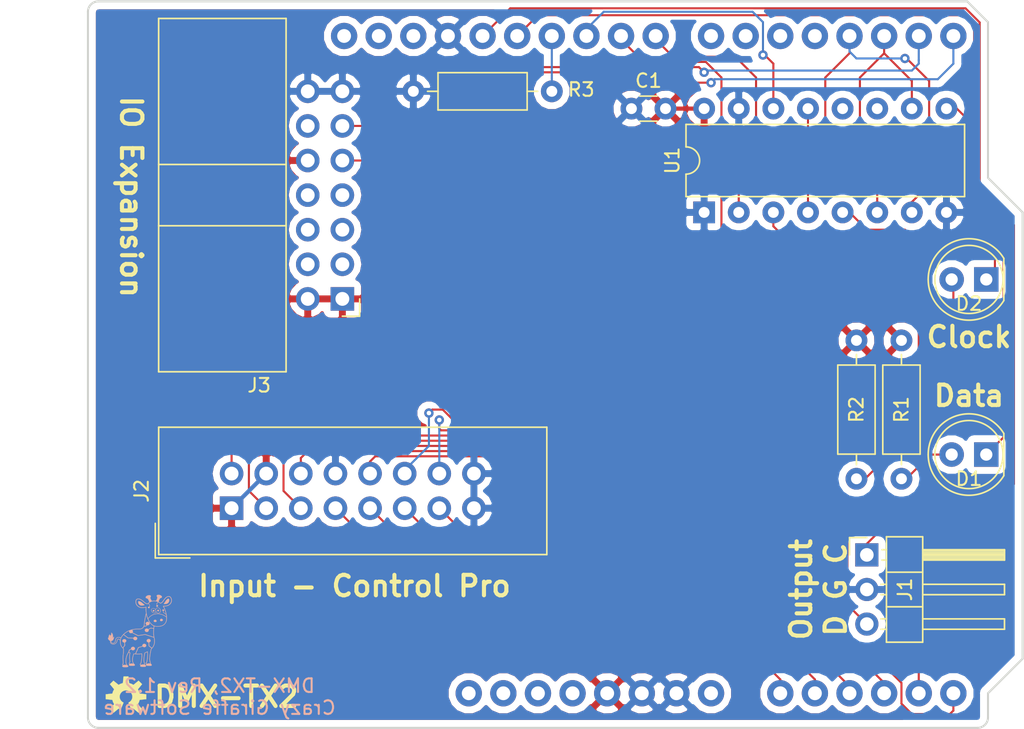
<source format=kicad_pcb>
(kicad_pcb (version 20171130) (host pcbnew "(5.0.0)")
  (title_block (title "DMX Demonstrator - Transmitter IO Module (DMX-TX2)") (date 2023-02-11) (rev 1.2) (company "Crazy Giraffe Software") (comment 2 "Designed by: SparkyBobo") (comment 3 "https://creativecommons.org/licenses/by-sa/4.0/ ") (comment 4 "Released under the Creative Commons Attribution Share-Alike 4.0 License"))
  (layers (0 F.Cu signal) (31 B.Cu signal) (34 B.Paste user) (35 F.Paste user) (36 B.SilkS user) (37 F.SilkS user) (38 B.Mask user) (39 F.Mask user) (44 Edge.Cuts user))
  (net 0 "")
  (net 1 +5V)
  (net 2 /A1)
  (net 3 GND)
  (net 4 /A0)
  (net 5 "Net-(D1-Pad2)")
  (net 6 "Net-(D2-Pad2)")
  (net 7 "Net-(A1-Pad32)")
  (net 8 "Net-(A1-Pad31)")
  (net 9 "Net-(A1-Pad1)")
  (net 10 "Net-(A1-Pad2)")
  (net 11 "Net-(A1-Pad3)")
  (net 12 "Net-(A1-Pad4)")
  (net 13 "Net-(A1-Pad8)")
  (net 14 "Net-(A1-Pad26)")
  (net 15 /A2)
  (net 16 /A4)
  (net 17 "Net-(A1-Pad15)")
  (net 18 "Net-(A1-Pad16)")
  (net 19 /A5)
  (net 20 /~DATA)
  (net 21 /~CLOCK)
  (net 22 /~CLK_SLO)
  (net 23 /~CLK_FST)
  (net 24 /RX)
  (net 25 /RXCLK)
  (net 26 "Net-(A1-Pad30)")
  (net 27 /A3)
  (net 28 "Net-(A1-Pad19)")
  (net 29 "Net-(A1-Pad20)")
  (net 30 "Net-(A1-Pad21)")
  (net 31 "Net-(A1-Pad22)")
  (net 32 /~HWD_DT)
  (net 33 "Net-(D1-Pad1)")
  (net 34 "Net-(D2-Pad1)")
  (net 35 "Net-(U1-Pad12)")
  (net 36 "Net-(U1-Pad11)")
  (net 37 /DATA)
  (net 38 /CLOCK)
  (net 39 /HWD_DT)
  (net 40 "Net-(J3-Pad12)")
  (net 41 "Net-(J3-Pad3)")
  (net 42 "Net-(J3-Pad4)")
  (net 43 "Net-(J3-Pad5)")
  (net 44 "Net-(J3-Pad6)")
  (net 45 "Net-(J3-Pad7)")
  (net 46 "Net-(J3-Pad8)")
  (module Connector_IDC:IDC-Header_2x08_P2.54mm_Vertical (layer F.Cu) (at 126.873 100.457 90)
    (fp_text reference J2 (at 1.27 -6.604 90) (layer F.SilkS))
    (fp_text value INPUT)
    (pad 1 thru_hole rect (at 0 0 90) (size 1.7272 1.7272) (drill 1.016) (layers *.Cu *.Mask) (net 1 +5V))
    (pad 2 thru_hole oval (at 2.54 0 90) (size 1.7272 1.7272) (drill 1.016) (layers *.Cu *.Mask) (net 32 /~HWD_DT))
    (pad 3 thru_hole oval (at 0 2.54 90) (size 1.7272 1.7272) (drill 1.016) (layers *.Cu *.Mask) (net 21 /~CLOCK))
    (pad 4 thru_hole oval (at 2.54 2.54 90) (size 1.7272 1.7272) (drill 1.016) (layers *.Cu *.Mask) (net 1 +5V))
    (pad 5 thru_hole oval (at 0 5.08 90) (size 1.7272 1.7272) (drill 1.016) (layers *.Cu *.Mask) (net 20 /~DATA))
    (pad 6 thru_hole oval (at 2.54 5.08 90) (size 1.7272 1.7272) (drill 1.016) (layers *.Cu *.Mask) (net 16 /A4))
    (pad 7 thru_hole oval (at 0 7.62 90) (size 1.7272 1.7272) (drill 1.016) (layers *.Cu *.Mask) (net 4 /A0))
    (pad 8 thru_hole oval (at 2.54 7.62 90) (size 1.7272 1.7272) (drill 1.016) (layers *.Cu *.Mask) (net 3 GND))
    (pad 9 thru_hole oval (at 0 10.16 90) (size 1.7272 1.7272) (drill 1.016) (layers *.Cu *.Mask) (net 2 /A1))
    (pad 10 thru_hole oval (at 2.54 10.16 90) (size 1.7272 1.7272) (drill 1.016) (layers *.Cu *.Mask) (net 19 /A5))
    (pad 11 thru_hole oval (at 0 12.7 90) (size 1.7272 1.7272) (drill 1.016) (layers *.Cu *.Mask) (net 15 /A2))
    (pad 12 thru_hole oval (at 2.54 12.7 90) (size 1.7272 1.7272) (drill 1.016) (layers *.Cu *.Mask) (net 22 /~CLK_SLO))
    (pad 13 thru_hole oval (at 0 15.24 90) (size 1.7272 1.7272) (drill 1.016) (layers *.Cu *.Mask) (net 27 /A3))
    (pad 14 thru_hole oval (at 2.54 15.24 90) (size 1.7272 1.7272) (drill 1.016) (layers *.Cu *.Mask) (net 23 /~CLK_FST))
    (pad 15 thru_hole oval (at 0 17.78 90) (size 1.7272 1.7272) (drill 1.016) (layers *.Cu *.Mask) (net 3 GND))
    (pad 16 thru_hole oval (at 2.54 17.78 90) (size 1.7272 1.7272) (drill 1.016) (layers *.Cu *.Mask) (net 3 GND))
  )
  (module Connector_IDC:IDC-Header_2x07_P2.54mm_Horizontal (layer F.Cu) (at 135.001 85.09 180)
    (fp_text reference J3 (at 6.105 -6.35 180) (layer F.SilkS))
    (fp_text value "IO EXTENSION")
    (pad 1 thru_hole rect (at 0 0 180) (size 1.7272 1.7272) (drill 1.016) (layers *.Cu *.Mask) (net 1 +5V))
    (pad 2 thru_hole oval (at 2.54 0 180) (size 1.7272 1.7272) (drill 1.016) (layers *.Cu *.Mask) (net 1 +5V))
    (pad 3 thru_hole oval (at 0 2.54 180) (size 1.7272 1.7272) (drill 1.016) (layers *.Cu *.Mask) (net 41 "Net-(J3-Pad3)"))
    (pad 4 thru_hole oval (at 2.54 2.54 180) (size 1.7272 1.7272) (drill 1.016) (layers *.Cu *.Mask) (net 42 "Net-(J3-Pad4)"))
    (pad 5 thru_hole oval (at 0 5.08 180) (size 1.7272 1.7272) (drill 1.016) (layers *.Cu *.Mask) (net 43 "Net-(J3-Pad5)"))
    (pad 6 thru_hole oval (at 2.54 5.08 180) (size 1.7272 1.7272) (drill 1.016) (layers *.Cu *.Mask) (net 44 "Net-(J3-Pad6)"))
    (pad 7 thru_hole oval (at 0 7.62 180) (size 1.7272 1.7272) (drill 1.016) (layers *.Cu *.Mask) (net 45 "Net-(J3-Pad7)"))
    (pad 8 thru_hole oval (at 2.54 7.62 180) (size 1.7272 1.7272) (drill 1.016) (layers *.Cu *.Mask) (net 46 "Net-(J3-Pad8)"))
    (pad 9 thru_hole oval (at 0 10.16 180) (size 1.7272 1.7272) (drill 1.016) (layers *.Cu *.Mask) (net 17 "Net-(A1-Pad15)"))
    (pad 10 thru_hole oval (at 2.54 10.16 180) (size 1.7272 1.7272) (drill 1.016) (layers *.Cu *.Mask) (net 1 +5V))
    (pad 11 thru_hole oval (at 0 12.7 180) (size 1.7272 1.7272) (drill 1.016) (layers *.Cu *.Mask) (net 18 "Net-(A1-Pad16)"))
    (pad 12 thru_hole oval (at 2.54 12.7 180) (size 1.7272 1.7272) (drill 1.016) (layers *.Cu *.Mask) (net 40 "Net-(J3-Pad12)"))
    (pad 13 thru_hole oval (at 0 15.24 180) (size 1.7272 1.7272) (drill 1.016) (layers *.Cu *.Mask) (net 3 GND))
    (pad 14 thru_hole oval (at 2.54 15.24 180) (size 1.7272 1.7272) (drill 1.016) (layers *.Cu *.Mask) (net 3 GND))
  )
  (module Capacitor_THT:C_Disc_D3.0mm_W1.6mm_P2.50mm (layer F.Cu) (at 156.21 71.12)
    (fp_text reference C1 (at 1.25 -2.05) (layer F.SilkS))
    (fp_text value 0.1uF)
    (pad 1 thru_hole circle (at 0 0) (size 1.6 1.6) (drill 0.8) (layers *.Cu *.Mask) (net 3 GND))
    (pad 2 thru_hole circle (at 2.5 0) (size 1.6 1.6) (drill 0.8) (layers *.Cu *.Mask) (net 1 +5V))
  )
  (module Package_DIP:DIP-16_W7.62mm (layer F.Cu) (at 161.544 78.74 90)
    (fp_text reference U1 (at 3.81 -2.33 90) (layer F.SilkS))
    (fp_text value 74LS365)
    (pad 1 thru_hole rect (at 0 0 90) (size 1.6 1.6) (drill 0.8) (layers *.Cu *.Mask) (net 3 GND))
    (pad 9 thru_hole oval (at 7.62 17.78 90) (size 1.6 1.6) (drill 0.8) (layers *.Cu *.Mask) (net 33 "Net-(D1-Pad1)"))
    (pad 2 thru_hole oval (at 0 2.54 90) (size 1.6 1.6) (drill 0.8) (layers *.Cu *.Mask) (net 38 /CLOCK))
    (pad 10 thru_hole oval (at 7.62 15.24 90) (size 1.6 1.6) (drill 0.8) (layers *.Cu *.Mask) (net 37 /DATA))
    (pad 3 thru_hole oval (at 0 5.08 90) (size 1.6 1.6) (drill 0.8) (layers *.Cu *.Mask) (net 21 /~CLOCK))
    (pad 11 thru_hole oval (at 7.62 12.7 90) (size 1.6 1.6) (drill 0.8) (layers *.Cu *.Mask) (net 36 "Net-(U1-Pad11)"))
    (pad 4 thru_hole oval (at 0 7.62 90) (size 1.6 1.6) (drill 0.8) (layers *.Cu *.Mask) (net 37 /DATA))
    (pad 12 thru_hole oval (at 7.62 10.16 90) (size 1.6 1.6) (drill 0.8) (layers *.Cu *.Mask) (net 35 "Net-(U1-Pad12)"))
    (pad 5 thru_hole oval (at 0 10.16 90) (size 1.6 1.6) (drill 0.8) (layers *.Cu *.Mask) (net 20 /~DATA))
    (pad 13 thru_hole oval (at 7.62 7.62 90) (size 1.6 1.6) (drill 0.8) (layers *.Cu *.Mask) (net 32 /~HWD_DT))
    (pad 6 thru_hole oval (at 0 12.7 90) (size 1.6 1.6) (drill 0.8) (layers *.Cu *.Mask) (net 38 /CLOCK))
    (pad 14 thru_hole oval (at 7.62 5.08 90) (size 1.6 1.6) (drill 0.8) (layers *.Cu *.Mask) (net 39 /HWD_DT))
    (pad 7 thru_hole oval (at 0 15.24 90) (size 1.6 1.6) (drill 0.8) (layers *.Cu *.Mask) (net 34 "Net-(D2-Pad1)"))
    (pad 15 thru_hole oval (at 7.62 2.54 90) (size 1.6 1.6) (drill 0.8) (layers *.Cu *.Mask) (net 3 GND))
    (pad 8 thru_hole oval (at 0 17.78 90) (size 1.6 1.6) (drill 0.8) (layers *.Cu *.Mask) (net 3 GND))
    (pad 16 thru_hole oval (at 7.62 0 90) (size 1.6 1.6) (drill 0.8) (layers *.Cu *.Mask) (net 1 +5V))
  )
  (module footprints:ARDUINO_R3_NO_HOLES (layer F.Cu) (at 150.622 89.916)
    (fp_text reference A1 hide)
    (fp_text value Arduino_UNO_R3 hide)
    (pad 4 thru_hole circle (at 1.27 24.13) (size 1.9304 1.9304) (drill 1.016) (layers *.Cu *.Mask) (net 12 "Net-(A1-Pad4)"))
    (pad 5 thru_hole circle (at 3.81 24.13) (size 1.9304 1.9304) (drill 1.016) (layers *.Cu *.Mask) (net 1 +5V))
    (pad 9 thru_hole circle (at 16.51 24.13) (size 1.9304 1.9304) (drill 1.016) (layers *.Cu *.Mask) (net 4 /A0))
    (pad 10 thru_hole circle (at 19.05 24.13) (size 1.9304 1.9304) (drill 1.016) (layers *.Cu *.Mask) (net 2 /A1))
    (pad 11 thru_hole circle (at 21.59 24.13) (size 1.9304 1.9304) (drill 1.016) (layers *.Cu *.Mask) (net 15 /A2))
    (pad 12 thru_hole circle (at 24.13 24.13) (size 1.9304 1.9304) (drill 1.016) (layers *.Cu *.Mask) (net 27 /A3))
    (pad 13 thru_hole circle (at 26.67 24.13) (size 1.9304 1.9304) (drill 1.016) (layers *.Cu *.Mask) (net 16 /A4))
    (pad 14 thru_hole circle (at 29.21 24.13) (size 1.9304 1.9304) (drill 1.016) (layers *.Cu *.Mask) (net 19 /A5))
    (pad 30 thru_hole circle (at -10.414 -24.13) (size 1.9304 1.9304) (drill 1.016) (layers *.Cu *.Mask) (net 26 "Net-(A1-Pad30)"))
    (pad 15 thru_hole circle (at 29.21 -24.13) (size 1.9304 1.9304) (drill 1.016) (layers *.Cu *.Mask) (net 17 "Net-(A1-Pad15)"))
    (pad 16 thru_hole circle (at 26.67 -24.13) (size 1.9304 1.9304) (drill 1.016) (layers *.Cu *.Mask) (net 18 "Net-(A1-Pad16)"))
    (pad 17 thru_hole circle (at 24.13 -24.13) (size 1.9304 1.9304) (drill 1.016) (layers *.Cu *.Mask) (net 37 /DATA))
    (pad 18 thru_hole circle (at 21.59 -24.13) (size 1.9304 1.9304) (drill 1.016) (layers *.Cu *.Mask) (net 38 /CLOCK))
    (pad 19 thru_hole circle (at 19.05 -24.13) (size 1.9304 1.9304) (drill 1.016) (layers *.Cu *.Mask) (net 28 "Net-(A1-Pad19)"))
    (pad 20 thru_hole circle (at 16.51 -24.13) (size 1.9304 1.9304) (drill 1.016) (layers *.Cu *.Mask) (net 29 "Net-(A1-Pad20)"))
    (pad 21 thru_hole circle (at 13.97 -24.13) (size 1.9304 1.9304) (drill 1.016) (layers *.Cu *.Mask) (net 30 "Net-(A1-Pad21)"))
    (pad 22 thru_hole circle (at 11.43 -24.13) (size 1.9304 1.9304) (drill 1.016) (layers *.Cu *.Mask) (net 31 "Net-(A1-Pad22)"))
    (pad 23 thru_hole circle (at 7.366 -24.13) (size 1.9304 1.9304) (drill 1.016) (layers *.Cu *.Mask) (net 23 /~CLK_FST))
    (pad 24 thru_hole circle (at 4.826 -24.13) (size 1.9304 1.9304) (drill 1.016) (layers *.Cu *.Mask) (net 22 /~CLK_SLO))
    (pad 25 thru_hole circle (at 2.286 -24.13) (size 1.9304 1.9304) (drill 1.016) (layers *.Cu *.Mask) (net 39 /HWD_DT))
    (pad 26 thru_hole circle (at -0.254 -24.13) (size 1.9304 1.9304) (drill 1.016) (layers *.Cu *.Mask) (net 14 "Net-(A1-Pad26)"))
    (pad 27 thru_hole circle (at -2.794 -24.13) (size 1.9304 1.9304) (drill 1.016) (layers *.Cu *.Mask) (net 24 /RX))
    (pad 28 thru_hole circle (at -5.334 -24.13) (size 1.9304 1.9304) (drill 1.016) (layers *.Cu *.Mask) (net 25 /RXCLK))
    (pad 6 thru_hole circle (at 6.35 24.13) (size 1.9304 1.9304) (drill 1.016) (layers *.Cu *.Mask) (net 3 GND))
    (pad 7 thru_hole circle (at 8.89 24.13) (size 1.9304 1.9304) (drill 1.016) (layers *.Cu *.Mask) (net 3 GND))
    (pad 29 thru_hole circle (at -7.874 -24.13) (size 1.9304 1.9304) (drill 1.016) (layers *.Cu *.Mask) (net 3 GND))
    (pad 2 thru_hole circle (at -3.81 24.13) (size 1.9304 1.9304) (drill 1.016) (layers *.Cu *.Mask) (net 10 "Net-(A1-Pad2)"))
    (pad 1 thru_hole circle (at -6.35 24.13) (size 1.9304 1.9304) (drill 1.016) (layers *.Cu *.Mask) (net 9 "Net-(A1-Pad1)"))
    (pad 3 thru_hole circle (at -1.27 24.13) (size 1.9304 1.9304) (drill 1.016) (layers *.Cu *.Mask) (net 11 "Net-(A1-Pad3)"))
    (pad 32 thru_hole circle (at -15.494 -24.13) (size 1.9304 1.9304) (drill 1.016) (layers *.Cu *.Mask) (net 7 "Net-(A1-Pad32)"))
    (pad 31 thru_hole circle (at -12.954 -24.13) (size 1.9304 1.9304) (drill 1.016) (layers *.Cu *.Mask) (net 8 "Net-(A1-Pad31)"))
    (pad 8 thru_hole circle (at 11.43 24.13) (size 1.9304 1.9304) (drill 1.016) (layers *.Cu *.Mask) (net 13 "Net-(A1-Pad8)"))
  )
  (module Resistor_THT:R_Axial_DIN0207_L6.3mm_D2.5mm_P10.16mm_Horizontal (layer F.Cu) (at 172.72 88.138 270)
    (fp_text reference R2 (at 5.08 0 270) (layer F.SilkS))
    (fp_text value 330)
    (pad 2 thru_hole oval (at 10.16 0 270) (size 1.6 1.6) (drill 0.8) (layers *.Cu *.Mask) (net 6 "Net-(D2-Pad2)"))
    (pad 1 thru_hole circle (at 0 0 270) (size 1.6 1.6) (drill 0.8) (layers *.Cu *.Mask) (net 1 +5V))
  )
  (module Resistor_THT:R_Axial_DIN0207_L6.3mm_D2.5mm_P10.16mm_Horizontal (layer F.Cu) (at 150.368 69.85 180)
    (fp_text reference R3 (at -2.159 0.127 180) (layer F.SilkS))
    (fp_text value 330)
    (pad 2 thru_hole oval (at 10.16 0 180) (size 1.6 1.6) (drill 0.8) (layers *.Cu *.Mask) (net 3 GND))
    (pad 1 thru_hole circle (at 0 0 180) (size 1.6 1.6) (drill 0.8) (layers *.Cu *.Mask) (net 14 "Net-(A1-Pad26)"))
  )
  (module Resistor_THT:R_Axial_DIN0207_L6.3mm_D2.5mm_P10.16mm_Horizontal (layer F.Cu) (at 176.022 88.138 270)
    (fp_text reference R1 (at 5.08 0 270) (layer F.SilkS))
    (fp_text value 330)
    (pad 1 thru_hole circle (at 0 0 270) (size 1.6 1.6) (drill 0.8) (layers *.Cu *.Mask) (net 1 +5V))
    (pad 2 thru_hole oval (at 10.16 0 270) (size 1.6 1.6) (drill 0.8) (layers *.Cu *.Mask) (net 5 "Net-(D1-Pad2)"))
  )
  (module LED_THT:LED_D5.0mm (layer F.Cu) (at 182.245 96.52 180)
    (fp_text reference D1 (at 1.27 -1.778 180) (layer F.SilkS))
    (fp_text value DATA)
    (pad 1 thru_hole rect (at 0 0 180) (size 1.8 1.8) (drill 0.9) (layers *.Cu *.Mask) (net 33 "Net-(D1-Pad1)"))
    (pad 2 thru_hole circle (at 2.54 0 180) (size 1.8 1.8) (drill 0.9) (layers *.Cu *.Mask) (net 5 "Net-(D1-Pad2)"))
  )
  (module Connector_PinHeader_2.54mm:PinHeader_1x03_P2.54mm_Horizontal (layer F.Cu) (at 173.482 103.886)
    (fp_text reference J1 (at 2.794 2.54 270) (layer F.SilkS))
    (fp_text value Output)
    (pad 1 thru_hole rect (at 0 0) (size 1.7 1.7) (drill 1) (layers *.Cu *.Mask) (net 25 /RXCLK))
    (pad 2 thru_hole oval (at 0 2.54) (size 1.7 1.7) (drill 1) (layers *.Cu *.Mask) (net 3 GND))
    (pad 3 thru_hole oval (at 0 5.08) (size 1.7 1.7) (drill 1) (layers *.Cu *.Mask) (net 24 /RX))
  )
  (module LED_THT:LED_D5.0mm (layer F.Cu) (at 182.245 83.662 180)
    (fp_text reference D2 (at 1.27 -1.778 180) (layer F.SilkS))
    (fp_text value CLOCK)
    (pad 2 thru_hole circle (at 2.54 0 180) (size 1.8 1.8) (drill 0.9) (layers *.Cu *.Mask) (net 6 "Net-(D2-Pad2)"))
    (pad 1 thru_hole rect (at 0 0 180) (size 1.8 1.8) (drill 0.9) (layers *.Cu *.Mask) (net 34 "Net-(D2-Pad1)"))
  )
  (module footprints:OSHW-LOGO-S (layer F.Cu) (at 119.126 114.3)
    (fp_text reference "" (at 0 0) (layer F.SilkS) (effects (font (size 1.524 1.524))))
    (fp_text value "" (at 0 0) (layer F.SilkS) (effects (font (size 1.524 1.524))))
  )
  (module footprints:logo_cr_5x5 (layer B.Cu) (at 120.142 109.474 180)
    (fp_text reference G*** hide)
    (fp_text value LOGO hide)
  )
  (gr_text "IO Expansion" (at 119.507 77.597 270) (layer F.SilkS) (effects (font (size 1.5 1.5) (thickness 0.3))))
  (gr_text "Input - Control Pro" (at 135.89 106.172) (layer F.SilkS) (effects (font (size 1.5 1.5) (thickness 0.3))))
  (gr_arc (start 181.61 115.824) (end 181.61 116.586) (angle -90) (layer Edge.Cuts) (width 0.15))
  (gr_arc (start 117.094 115.824) (end 116.332 115.824) (angle -90) (layer Edge.Cuts) (width 0.15))
  (gr_arc (start 117.094 64.008) (end 117.094 63.246) (angle -90) (layer Edge.Cuts) (width 0.15))
  (gr_line (start 116.332 115.824) (end 116.332 64.008) (layer Edge.Cuts) (width 0.15))
  (gr_line (start 181.61 116.586) (end 117.094 116.586) (layer Edge.Cuts) (width 0.15))
  (gr_line (start 182.372 114.046) (end 182.372 115.824) (layer Edge.Cuts) (width 0.15))
  (gr_line (start 184.912 111.506) (end 182.372 114.046) (layer Edge.Cuts) (width 0.15))
  (gr_line (start 184.912 78.74) (end 184.912 111.506) (layer Edge.Cuts) (width 0.15))
  (gr_line (start 182.372 76.2) (end 184.912 78.74) (layer Edge.Cuts) (width 0.15))
  (gr_line (start 182.372 64.77) (end 182.372 76.2) (layer Edge.Cuts) (width 0.15))
  (gr_line (start 180.848 63.246) (end 182.372 64.77) (layer Edge.Cuts) (width 0.15))
  (gr_line (start 117.094 63.246) (end 180.848 63.246) (layer Edge.Cuts) (width 0.15))
  (gr_text "DMX-TX2, Rev 1.2\nCrazy Giraffe Software" (at 125.984 114.3) (layer B.SilkS) (effects (font (size 1 1)) (justify mirror)))
  (gr_text DMX-TX2 (at 126.492 114.3) (layer F.SilkS) (effects (font (size 1.5 1.5) (thickness 0.3))))
  (gr_text Clock (at 180.975 87.884) (layer F.SilkS) (effects (font (size 1.5 1.5) (thickness 0.3))))
  (gr_text Output (at 168.656 106.426 90) (layer F.SilkS) (effects (font (size 1.5 1.5) (thickness 0.3))))
  (gr_text "D G C" (at 171.196 106.426 90) (layer F.SilkS) (effects (font (size 1.5 1.5) (thickness 0.3))))
  (gr_text Data (at 180.975 92.202) (layer F.SilkS) (effects (font (size 1.5 1.5) (thickness 0.3))))
  (segment (start 154.432 114.046) (end 153.997154 114.046) (width 0.3048) (layer F.Cu) (net 1))
  (segment (start 158.71 71.12) (end 161.544 71.12) (width 0.3048) (layer F.Cu) (net 1))
  (segment (start 126.873 100.457) (end 129.413 97.917) (width 0.3048) (layer B.Cu) (net 1))
  (segment (start 139.192 102.616) (end 137.033 100.457) (width 0.1524) (layer F.Cu) (net 2))
  (segment (start 164.846 102.616) (end 139.192 102.616) (width 0.1524) (layer F.Cu) (net 2))
  (segment (start 169.672 113.03) (end 169.164 112.522) (width 0.1524) (layer F.Cu) (net 2))
  (segment (start 169.672 114.046) (end 169.672 113.03) (width 0.1524) (layer F.Cu) (net 2))
  (segment (start 169.164 112.522) (end 168.021 112.522) (width 0.1524) (layer F.Cu) (net 2))
  (segment (start 168.021 112.522) (end 165.735 110.236) (width 0.1524) (layer F.Cu) (net 2))
  (segment (start 165.735 110.236) (end 165.735 103.505) (width 0.1524) (layer F.Cu) (net 2))
  (segment (start 165.735 103.505) (end 164.846 102.616) (width 0.1524) (layer F.Cu) (net 2))
  (segment (start 137.033 102.997) (end 134.493 100.457) (width 0.1524) (layer F.Cu) (net 4))
  (segment (start 164.465 102.997) (end 137.033 102.997) (width 0.1524) (layer F.Cu) (net 4))
  (segment (start 165.354 103.886) (end 164.465 102.997) (width 0.1524) (layer F.Cu) (net 4))
  (segment (start 165.354 111.252) (end 165.354 103.886) (width 0.1524) (layer F.Cu) (net 4))
  (segment (start 167.132 114.046) (end 167.132 113.03) (width 0.1524) (layer F.Cu) (net 4))
  (segment (start 167.132 113.03) (end 165.354 111.252) (width 0.1524) (layer F.Cu) (net 4))
  (segment (start 178.1556 96.52) (end 179.705 96.52) (width 0.1524) (layer F.Cu) (net 5))
  (segment (start 176.022 98.298) (end 176.3776 98.298) (width 0.1524) (layer F.Cu) (net 5))
  (segment (start 176.3776 98.298) (end 178.1556 96.52) (width 0.1524) (layer F.Cu) (net 5))
  (segment (start 172.72 98.298) (end 173.355 98.298) (width 0.1524) (layer F.Cu) (net 6))
  (segment (start 173.355 98.298) (end 179.832 91.821) (width 0.1524) (layer F.Cu) (net 6))
  (segment (start 179.832 83.789) (end 179.832 91.821) (width 0.1524) (layer F.Cu) (net 6))
  (segment (start 179.705 83.662) (end 179.832 83.789) (width 0.1524) (layer F.Cu) (net 6))
  (segment (start 150.368 65.786) (end 150.368 69.85) (width 0.1524) (layer B.Cu) (net 14))
  (segment (start 141.351 102.235) (end 139.573 100.457) (width 0.1524) (layer F.Cu) (net 15))
  (segment (start 172.212 113.538) (end 170.688 112.014) (width 0.1524) (layer F.Cu) (net 15))
  (segment (start 165.227 102.235) (end 141.351 102.235) (width 0.1524) (layer F.Cu) (net 15))
  (segment (start 172.212 114.046) (end 172.212 113.538) (width 0.1524) (layer F.Cu) (net 15))
  (segment (start 170.688 112.014) (end 168.021 112.014) (width 0.1524) (layer F.Cu) (net 15))
  (segment (start 168.021 112.014) (end 166.116 110.109) (width 0.1524) (layer F.Cu) (net 15))
  (segment (start 166.116 110.109) (end 166.116 103.124) (width 0.1524) (layer F.Cu) (net 15))
  (segment (start 166.116 103.124) (end 165.227 102.235) (width 0.1524) (layer F.Cu) (net 15))
  (segment (start 131.953 96.774) (end 131.953 97.917) (width 0.1524) (layer F.Cu) (net 16))
  (segment (start 166.497 96.266) (end 132.461 96.266) (width 0.1524) (layer F.Cu) (net 16))
  (segment (start 177.292 112.268) (end 175.514 110.49) (width 0.1524) (layer F.Cu) (net 16))
  (segment (start 177.292 114.046) (end 177.292 112.268) (width 0.1524) (layer F.Cu) (net 16))
  (segment (start 132.461 96.266) (end 131.953 96.774) (width 0.1524) (layer F.Cu) (net 16))
  (segment (start 175.514 110.49) (end 168.148 110.49) (width 0.1524) (layer F.Cu) (net 16))
  (segment (start 168.148 110.49) (end 167.259 109.601) (width 0.1524) (layer F.Cu) (net 16))
  (segment (start 167.259 109.601) (end 167.259 97.028) (width 0.1524) (layer F.Cu) (net 16))
  (segment (start 167.259 97.028) (end 166.497 96.266) (width 0.1524) (layer F.Cu) (net 16))
  (segment (start 162.052 69.215) (end 162.306 68.961) (width 0.1524) (layer B.Cu) (net 17))
  (segment (start 162.306 68.961) (end 178.689 68.961) (width 0.1524) (layer B.Cu) (net 17))
  (segment (start 178.689 68.961) (end 179.832 67.818) (width 0.1524) (layer B.Cu) (net 17))
  (segment (start 179.832 67.818) (end 179.832 65.786) (width 0.1524) (layer B.Cu) (net 17))
  (via (at 162.052 69.215) (size 0.6858) (drill 0.3302) (layers F.Cu B.Cu) (net 17))
  (segment (start 136.779 74.93) (end 135.001 74.93) (width 0.1524) (layer F.Cu) (net 17))
  (segment (start 159.131 69.215) (end 158.369 68.453) (width 0.1524) (layer F.Cu) (net 17))
  (segment (start 162.052 69.215) (end 159.131 69.215) (width 0.1524) (layer F.Cu) (net 17))
  (segment (start 158.369 68.453) (end 138.684 68.453) (width 0.1524) (layer F.Cu) (net 17))
  (segment (start 138.684 68.453) (end 138.049 69.088) (width 0.1524) (layer F.Cu) (net 17))
  (segment (start 138.049 69.088) (end 138.049 73.66) (width 0.1524) (layer F.Cu) (net 17))
  (segment (start 138.049 73.66) (end 136.779 74.93) (width 0.1524) (layer F.Cu) (net 17))
  (segment (start 161.544 68.453) (end 161.671 68.326) (width 0.1524) (layer B.Cu) (net 18))
  (segment (start 161.671 68.326) (end 176.784 68.326) (width 0.1524) (layer B.Cu) (net 18))
  (segment (start 176.784 68.326) (end 177.292 67.818) (width 0.1524) (layer B.Cu) (net 18))
  (segment (start 177.292 67.818) (end 177.292 67.564) (width 0.1524) (layer B.Cu) (net 18))
  (segment (start 177.292 67.564) (end 177.292 65.786) (width 0.1524) (layer B.Cu) (net 18))
  (via (at 161.544 68.453) (size 0.6858) (drill 0.3302) (layers F.Cu B.Cu) (net 18))
  (segment (start 161.544 68.453) (end 161.163 68.072) (width 0.1524) (layer F.Cu) (net 18))
  (segment (start 136.652 72.39) (end 135.001 72.39) (width 0.1524) (layer F.Cu) (net 18))
  (segment (start 137.668 71.374) (end 136.652 72.39) (width 0.1524) (layer F.Cu) (net 18))
  (segment (start 137.668 68.961) (end 137.668 71.374) (width 0.1524) (layer F.Cu) (net 18))
  (segment (start 138.557 68.072) (end 137.668 68.961) (width 0.1524) (layer F.Cu) (net 18))
  (segment (start 161.163 68.072) (end 138.557 68.072) (width 0.1524) (layer F.Cu) (net 18))
  (segment (start 179.832 113.792) (end 179.832 114.046) (width 0.1524) (layer F.Cu) (net 19))
  (segment (start 179.832 113.284) (end 179.832 113.792) (width 0.1524) (layer F.Cu) (net 19))
  (segment (start 179.832 113.284) (end 179.832 114.046) (width 0.1524) (layer F.Cu) (net 19))
  (segment (start 137.033 97.028) (end 137.033 97.917) (width 0.1524) (layer F.Cu) (net 19))
  (segment (start 168.021 110.998) (end 166.878 109.855) (width 0.1524) (layer F.Cu) (net 19))
  (segment (start 173.736 110.998) (end 168.021 110.998) (width 0.1524) (layer F.Cu) (net 19))
  (segment (start 137.414 96.647) (end 137.033 97.028) (width 0.1524) (layer F.Cu) (net 19))
  (segment (start 179.832 115.316) (end 179.578 115.57) (width 0.1524) (layer F.Cu) (net 19))
  (segment (start 166.116 96.647) (end 137.414 96.647) (width 0.1524) (layer F.Cu) (net 19))
  (segment (start 166.878 97.409) (end 166.116 96.647) (width 0.1524) (layer F.Cu) (net 19))
  (segment (start 179.832 114.046) (end 179.832 115.316) (width 0.1524) (layer F.Cu) (net 19))
  (segment (start 166.878 109.855) (end 166.878 97.409) (width 0.1524) (layer F.Cu) (net 19))
  (segment (start 179.578 115.57) (end 176.784 115.57) (width 0.1524) (layer F.Cu) (net 19))
  (segment (start 176.784 115.57) (end 176.022 114.808) (width 0.1524) (layer F.Cu) (net 19))
  (segment (start 176.022 114.808) (end 176.022 113.284) (width 0.1524) (layer F.Cu) (net 19))
  (segment (start 176.022 113.284) (end 173.736 110.998) (width 0.1524) (layer F.Cu) (net 19))
  (segment (start 130.683 96.393) (end 130.683 99.187) (width 0.1524) (layer F.Cu) (net 20))
  (segment (start 179.324 91.694) (end 175.133 95.885) (width 0.1524) (layer F.Cu) (net 20))
  (segment (start 179.324 85.598) (end 179.324 91.694) (width 0.1524) (layer F.Cu) (net 20))
  (segment (start 172.212 78.74) (end 173.482 80.01) (width 0.1524) (layer F.Cu) (net 20))
  (segment (start 171.704 78.74) (end 172.212 78.74) (width 0.1524) (layer F.Cu) (net 20))
  (segment (start 175.133 95.885) (end 131.191 95.885) (width 0.1524) (layer F.Cu) (net 20))
  (segment (start 173.482 80.01) (end 176.276 80.01) (width 0.1524) (layer F.Cu) (net 20))
  (segment (start 131.191 95.885) (end 130.683 96.393) (width 0.1524) (layer F.Cu) (net 20))
  (segment (start 176.276 80.01) (end 177.8 81.534) (width 0.1524) (layer F.Cu) (net 20))
  (segment (start 130.683 99.187) (end 131.953 100.457) (width 0.1524) (layer F.Cu) (net 20))
  (segment (start 177.8 81.534) (end 177.8 84.074) (width 0.1524) (layer F.Cu) (net 20))
  (segment (start 177.8 84.074) (end 179.324 85.598) (width 0.1524) (layer F.Cu) (net 20))
  (segment (start 128.143 99.187) (end 129.413 100.457) (width 0.1524) (layer F.Cu) (net 21))
  (segment (start 128.143 96.139) (end 128.143 99.187) (width 0.1524) (layer F.Cu) (net 21))
  (segment (start 175.006 95.504) (end 128.778 95.504) (width 0.1524) (layer F.Cu) (net 21))
  (segment (start 178.816 91.694) (end 175.006 95.504) (width 0.1524) (layer F.Cu) (net 21))
  (segment (start 178.816 85.852) (end 178.816 91.694) (width 0.1524) (layer F.Cu) (net 21))
  (segment (start 128.778 95.504) (end 128.143 96.139) (width 0.1524) (layer F.Cu) (net 21))
  (segment (start 166.624 78.74) (end 166.624 79.756) (width 0.1524) (layer F.Cu) (net 21))
  (segment (start 167.386 80.518) (end 176.022 80.518) (width 0.1524) (layer F.Cu) (net 21))
  (segment (start 176.022 80.518) (end 177.292 81.788) (width 0.1524) (layer F.Cu) (net 21))
  (segment (start 166.624 79.756) (end 167.386 80.518) (width 0.1524) (layer F.Cu) (net 21))
  (segment (start 177.292 81.788) (end 177.292 84.328) (width 0.1524) (layer F.Cu) (net 21))
  (segment (start 177.292 84.328) (end 178.816 85.852) (width 0.1524) (layer F.Cu) (net 21))
  (via (at 141.351 93.472) (size 0.6858) (drill 0.3302) (layers F.Cu B.Cu) (net 22))
  (segment (start 141.351 95.885) (end 139.573 97.663) (width 0.1524) (layer B.Cu) (net 22))
  (segment (start 139.573 97.663) (end 139.573 97.917) (width 0.1524) (layer B.Cu) (net 22))
  (segment (start 141.351 93.472) (end 141.351 95.885) (width 0.1524) (layer B.Cu) (net 22))
  (segment (start 141.605 93.218) (end 141.351 93.472) (width 0.1524) (layer F.Cu) (net 22))
  (segment (start 142.367 93.218) (end 141.605 93.218) (width 0.1524) (layer F.Cu) (net 22))
  (segment (start 174.625 94.361) (end 143.51 94.361) (width 0.1524) (layer F.Cu) (net 22))
  (segment (start 162.814 75.819) (end 162.179 76.454) (width 0.1524) (layer F.Cu) (net 22))
  (segment (start 162.814 68.834) (end 162.814 75.819) (width 0.1524) (layer F.Cu) (net 22))
  (segment (start 157.099 67.691) (end 161.671 67.691) (width 0.1524) (layer F.Cu) (net 22))
  (segment (start 177.292 86.614) (end 177.292 91.694) (width 0.1524) (layer F.Cu) (net 22))
  (segment (start 155.448 65.786) (end 155.448 66.04) (width 0.1524) (layer F.Cu) (net 22))
  (segment (start 161.671 67.691) (end 162.814 68.834) (width 0.1524) (layer F.Cu) (net 22))
  (segment (start 161.29 82.042) (end 175.26 82.042) (width 0.1524) (layer F.Cu) (net 22))
  (segment (start 155.448 66.04) (end 157.099 67.691) (width 0.1524) (layer F.Cu) (net 22))
  (segment (start 177.292 91.694) (end 174.625 94.361) (width 0.1524) (layer F.Cu) (net 22))
  (segment (start 162.179 76.454) (end 160.528 76.454) (width 0.1524) (layer F.Cu) (net 22))
  (segment (start 175.768 82.55) (end 175.768 85.09) (width 0.1524) (layer F.Cu) (net 22))
  (segment (start 143.51 94.361) (end 142.367 93.218) (width 0.1524) (layer F.Cu) (net 22))
  (segment (start 160.528 76.454) (end 159.512 77.47) (width 0.1524) (layer F.Cu) (net 22))
  (segment (start 159.512 77.47) (end 159.512 80.264) (width 0.1524) (layer F.Cu) (net 22))
  (segment (start 159.512 80.264) (end 161.29 82.042) (width 0.1524) (layer F.Cu) (net 22))
  (segment (start 175.26 82.042) (end 175.768 82.55) (width 0.1524) (layer F.Cu) (net 22))
  (segment (start 175.768 85.09) (end 177.292 86.614) (width 0.1524) (layer F.Cu) (net 22))
  (via (at 142.113 93.98) (size 0.6858) (drill 0.3302) (layers F.Cu B.Cu) (net 23))
  (segment (start 142.113 97.917) (end 142.113 93.98) (width 0.1524) (layer B.Cu) (net 23))
  (segment (start 161.544 76.962) (end 161.417 76.962) (width 0.1524) (layer F.Cu) (net 23))
  (segment (start 162.56 76.962) (end 161.417 76.962) (width 0.1524) (layer F.Cu) (net 23))
  (segment (start 157.988 66.04) (end 159.258 67.31) (width 0.1524) (layer F.Cu) (net 23))
  (segment (start 157.988 65.786) (end 157.988 66.04) (width 0.1524) (layer F.Cu) (net 23))
  (segment (start 159.258 67.31) (end 163.83 67.31) (width 0.1524) (layer F.Cu) (net 23))
  (segment (start 163.83 67.31) (end 165.354 68.834) (width 0.1524) (layer F.Cu) (net 23))
  (segment (start 165.354 68.834) (end 165.354 74.168) (width 0.1524) (layer F.Cu) (net 23))
  (segment (start 165.354 74.168) (end 162.56 76.962) (width 0.1524) (layer F.Cu) (net 23))
  (segment (start 142.24 94.742) (end 142.113 94.615) (width 0.1524) (layer F.Cu) (net 23))
  (segment (start 174.752 94.742) (end 142.24 94.742) (width 0.1524) (layer F.Cu) (net 23))
  (segment (start 142.113 94.615) (end 142.113 93.98) (width 0.1524) (layer F.Cu) (net 23))
  (segment (start 177.8 91.694) (end 174.752 94.742) (width 0.1524) (layer F.Cu) (net 23))
  (segment (start 177.8 86.36) (end 177.8 91.694) (width 0.1524) (layer F.Cu) (net 23))
  (segment (start 160.528 76.962) (end 160.02 77.47) (width 0.1524) (layer F.Cu) (net 23))
  (segment (start 161.417 76.962) (end 160.528 76.962) (width 0.1524) (layer F.Cu) (net 23))
  (segment (start 160.02 77.47) (end 160.02 80.01) (width 0.1524) (layer F.Cu) (net 23))
  (segment (start 160.02 80.01) (end 161.544 81.534) (width 0.1524) (layer F.Cu) (net 23))
  (segment (start 176.276 82.296) (end 176.276 84.836) (width 0.1524) (layer F.Cu) (net 23))
  (segment (start 161.544 81.534) (end 175.514 81.534) (width 0.1524) (layer F.Cu) (net 23))
  (segment (start 176.276 84.836) (end 177.8 86.36) (width 0.1524) (layer F.Cu) (net 23))
  (segment (start 175.514 81.534) (end 176.276 82.296) (width 0.1524) (layer F.Cu) (net 23))
  (segment (start 172.632001 108.116001) (end 173.482 108.966) (width 0.1524) (layer F.Cu) (net 24))
  (segment (start 172.0596 107.5436) (end 172.632001 108.116001) (width 0.1524) (layer F.Cu) (net 24))
  (segment (start 180.594 101.854) (end 172.7708 101.854) (width 0.1524) (layer F.Cu) (net 24))
  (segment (start 183.896 98.552) (end 180.594 101.854) (width 0.1524) (layer F.Cu) (net 24))
  (segment (start 172.7708 101.854) (end 172.0596 102.5652) (width 0.1524) (layer F.Cu) (net 24))
  (segment (start 147.828 65.786) (end 149.352 64.262) (width 0.1524) (layer F.Cu) (net 24))
  (segment (start 172.0596 102.5652) (end 172.0596 107.5436) (width 0.1524) (layer F.Cu) (net 24))
  (segment (start 180.594 64.262) (end 181.356 65.024) (width 0.1524) (layer F.Cu) (net 24))
  (segment (start 181.356 65.024) (end 181.356 77.216) (width 0.1524) (layer F.Cu) (net 24))
  (segment (start 181.356 77.216) (end 183.896 79.756) (width 0.1524) (layer F.Cu) (net 24))
  (segment (start 149.352 64.262) (end 180.594 64.262) (width 0.1524) (layer F.Cu) (net 24))
  (segment (start 183.896 79.756) (end 183.896 98.552) (width 0.1524) (layer F.Cu) (net 24))
  (segment (start 145.6944 66.1924) (end 145.288 65.786) (width 0.1524) (layer F.Cu) (net 25))
  (segment (start 174.1932 102.362) (end 173.482 103.0732) (width 0.1524) (layer F.Cu) (net 25))
  (segment (start 180.594 102.362) (end 174.1932 102.362) (width 0.1524) (layer F.Cu) (net 25))
  (segment (start 184.277 98.679) (end 180.594 102.362) (width 0.1524) (layer F.Cu) (net 25))
  (segment (start 147.32 63.754) (end 180.721 63.754) (width 0.1524) (layer F.Cu) (net 25))
  (segment (start 145.288 65.786) (end 147.32 63.754) (width 0.1524) (layer F.Cu) (net 25))
  (segment (start 173.482 103.0732) (end 173.482 103.886) (width 0.1524) (layer F.Cu) (net 25))
  (segment (start 180.721 63.754) (end 181.7624 64.7954) (width 0.1524) (layer F.Cu) (net 25))
  (segment (start 181.7624 64.7954) (end 181.7624 77.1652) (width 0.1524) (layer F.Cu) (net 25))
  (segment (start 181.7624 77.1652) (end 184.277 79.6798) (width 0.1524) (layer F.Cu) (net 25))
  (segment (start 184.277 79.6798) (end 184.277 98.679) (width 0.1524) (layer F.Cu) (net 25))
  (segment (start 143.51 101.854) (end 142.113 100.457) (width 0.1524) (layer F.Cu) (net 27))
  (segment (start 165.481 101.854) (end 143.51 101.854) (width 0.1524) (layer F.Cu) (net 27))
  (segment (start 174.752 113.284) (end 172.974 111.506) (width 0.1524) (layer F.Cu) (net 27))
  (segment (start 174.752 114.046) (end 174.752 113.284) (width 0.1524) (layer F.Cu) (net 27))
  (segment (start 172.974 111.506) (end 168.021 111.506) (width 0.1524) (layer F.Cu) (net 27))
  (segment (start 166.497 109.982) (end 166.497 102.87) (width 0.1524) (layer F.Cu) (net 27))
  (segment (start 168.021 111.506) (end 166.497 109.982) (width 0.1524) (layer F.Cu) (net 27))
  (segment (start 166.497 102.87) (end 165.481 101.854) (width 0.1524) (layer F.Cu) (net 27))
  (segment (start 169.164 71.12) (end 168.91 71.12) (width 0.1524) (layer F.Cu) (net 32))
  (segment (start 127.889 95.123) (end 126.873 96.139) (width 0.1524) (layer F.Cu) (net 32))
  (segment (start 178.308 86.106) (end 178.308 91.694) (width 0.1524) (layer F.Cu) (net 32))
  (segment (start 176.784 84.582) (end 178.308 86.106) (width 0.1524) (layer F.Cu) (net 32))
  (segment (start 176.784 82.042) (end 176.784 84.582) (width 0.1524) (layer F.Cu) (net 32))
  (segment (start 175.768 81.026) (end 176.784 82.042) (width 0.1524) (layer F.Cu) (net 32))
  (segment (start 163.83 81.026) (end 175.768 81.026) (width 0.1524) (layer F.Cu) (net 32))
  (segment (start 126.873 96.139) (end 126.873 97.917) (width 0.1524) (layer F.Cu) (net 32))
  (segment (start 169.164 74.93) (end 168.783 75.311) (width 0.1524) (layer F.Cu) (net 32))
  (segment (start 178.308 91.694) (end 174.879 95.123) (width 0.1524) (layer F.Cu) (net 32))
  (segment (start 169.164 71.12) (end 169.164 74.93) (width 0.1524) (layer F.Cu) (net 32))
  (segment (start 168.783 75.311) (end 164.719 75.311) (width 0.1524) (layer F.Cu) (net 32))
  (segment (start 174.879 95.123) (end 127.889 95.123) (width 0.1524) (layer F.Cu) (net 32))
  (segment (start 164.719 75.311) (end 162.814 77.216) (width 0.1524) (layer F.Cu) (net 32))
  (segment (start 162.814 77.216) (end 162.814 80.01) (width 0.1524) (layer F.Cu) (net 32))
  (segment (start 162.814 80.01) (end 163.83 81.026) (width 0.1524) (layer F.Cu) (net 32))
  (segment (start 183.515 95.25) (end 182.245 96.52) (width 0.1524) (layer F.Cu) (net 33))
  (segment (start 183.515 79.883) (end 183.515 95.25) (width 0.1524) (layer F.Cu) (net 33))
  (segment (start 180.848 77.216) (end 183.515 79.883) (width 0.1524) (layer F.Cu) (net 33))
  (segment (start 180.848 71.882) (end 180.848 77.216) (width 0.1524) (layer F.Cu) (net 33))
  (segment (start 179.324 71.12) (end 180.086 71.12) (width 0.1524) (layer F.Cu) (net 33))
  (segment (start 180.086 71.12) (end 180.848 71.882) (width 0.1524) (layer F.Cu) (net 33))
  (segment (start 176.784 78.74) (end 176.784 78.994) (width 0.1524) (layer F.Cu) (net 34))
  (segment (start 176.784 77.978) (end 176.784 78.74) (width 0.1524) (layer F.Cu) (net 34))
  (segment (start 182.245 83.662) (end 182.245 83.439) (width 0.1524) (layer F.Cu) (net 34))
  (segment (start 182.88 82.804) (end 182.88 79.756) (width 0.1524) (layer F.Cu) (net 34))
  (segment (start 182.88 79.756) (end 180.34 77.216) (width 0.1524) (layer F.Cu) (net 34))
  (segment (start 182.245 83.439) (end 182.88 82.804) (width 0.1524) (layer F.Cu) (net 34))
  (segment (start 180.34 77.216) (end 177.546 77.216) (width 0.1524) (layer F.Cu) (net 34))
  (segment (start 177.546 77.216) (end 176.784 77.978) (width 0.1524) (layer F.Cu) (net 34))
  (segment (start 176.784 69.088) (end 176.784 71.12) (width 0.1524) (layer F.Cu) (net 37))
  (segment (start 174.752 67.056) (end 176.784 69.088) (width 0.1524) (layer F.Cu) (net 37))
  (segment (start 174.752 67.056) (end 174.752 65.786) (width 0.1524) (layer F.Cu) (net 37))
  (segment (start 172.974 68.834) (end 174.752 67.056) (width 0.1524) (layer F.Cu) (net 37))
  (segment (start 172.974 75.565) (end 172.974 68.834) (width 0.1524) (layer F.Cu) (net 37))
  (segment (start 172.339 76.2) (end 172.974 75.565) (width 0.1524) (layer F.Cu) (net 37))
  (segment (start 169.799 76.2) (end 172.339 76.2) (width 0.1524) (layer F.Cu) (net 37))
  (segment (start 169.164 78.74) (end 169.164 76.835) (width 0.1524) (layer F.Cu) (net 37))
  (segment (start 169.164 76.835) (end 169.799 76.2) (width 0.1524) (layer F.Cu) (net 37))
  (segment (start 172.212 67.056) (end 172.212 65.786) (width 0.1524) (layer F.Cu) (net 38))
  (segment (start 164.084 78.74) (end 164.084 76.454) (width 0.1524) (layer F.Cu) (net 38))
  (segment (start 164.084 76.454) (end 164.846 75.692) (width 0.1524) (layer F.Cu) (net 38))
  (segment (start 164.846 75.692) (end 169.164 75.692) (width 0.1524) (layer F.Cu) (net 38))
  (segment (start 170.434 68.834) (end 172.212 67.056) (width 0.1524) (layer F.Cu) (net 38))
  (segment (start 170.434 74.803) (end 170.434 68.834) (width 0.1524) (layer F.Cu) (net 38))
  (segment (start 169.164 75.692) (end 169.545 75.692) (width 0.1524) (layer F.Cu) (net 38))
  (segment (start 169.545 75.692) (end 170.434 74.803) (width 0.1524) (layer F.Cu) (net 38))
  (segment (start 172.212 65.786) (end 172.212 66.929) (width 0.1524) (layer B.Cu) (net 38))
  (segment (start 172.212 66.929) (end 172.72 67.437) (width 0.1524) (layer B.Cu) (net 38))
  (via (at 176.276 67.437) (size 0.6858) (drill 0.3302) (layers F.Cu B.Cu) (net 38))
  (segment (start 172.72 67.437) (end 176.276 67.437) (width 0.1524) (layer B.Cu) (net 38))
  (segment (start 176.276 67.437) (end 176.403 67.437) (width 0.1524) (layer F.Cu) (net 38))
  (segment (start 176.403 67.437) (end 178.054 69.088) (width 0.1524) (layer F.Cu) (net 38))
  (segment (start 178.054 69.088) (end 178.054 75.946) (width 0.1524) (layer F.Cu) (net 38))
  (segment (start 178.054 75.946) (end 177.419 76.581) (width 0.1524) (layer F.Cu) (net 38))
  (segment (start 177.419 76.581) (end 174.752 76.581) (width 0.1524) (layer F.Cu) (net 38))
  (segment (start 174.244 77.089) (end 174.244 78.74) (width 0.1524) (layer F.Cu) (net 38))
  (segment (start 174.752 76.581) (end 174.244 77.089) (width 0.1524) (layer F.Cu) (net 38))
  (segment (start 152.908 65.786) (end 152.908 65.278) (width 0.1524) (layer B.Cu) (net 39))
  (segment (start 152.908 65.278) (end 154.178 64.008) (width 0.1524) (layer B.Cu) (net 39))
  (segment (start 154.178 64.008) (end 165.1 64.008) (width 0.1524) (layer B.Cu) (net 39))
  (segment (start 165.1 64.008) (end 165.862 64.77) (width 0.1524) (layer B.Cu) (net 39))
  (segment (start 165.862 64.77) (end 165.862 67.183) (width 0.1524) (layer B.Cu) (net 39))
  (via (at 165.862 67.183) (size 0.6858) (drill 0.3302) (layers F.Cu B.Cu) (net 39))
  (segment (start 165.862 67.183) (end 165.989 67.183) (width 0.1524) (layer F.Cu) (net 39))
  (segment (start 166.624 67.818) (end 166.624 71.12) (width 0.1524) (layer F.Cu) (net 39))
  (segment (start 165.989 67.183) (end 166.624 67.818) (width 0.1524) (layer F.Cu) (net 39))
  (zone (net 3) (net_name GND) (layer B.Cu) (connect_pads (clearance 0.508)) (min_thickness 0.254) (fill yes (arc_segments 16) (thermal_gap 0.508) (thermal_bridge_width 0.508))
    (polygon (pts (xy 116.586 63.754) (xy 116.84 63.5) (xy 180.848 63.5) (xy 182.118 64.77) (xy 182.118 76.454) (xy 184.658 78.994) (xy 184.658 111.252) (xy 182.118 113.792) (xy 182.118 116.078) (xy 181.864 116.332) (xy 116.84 116.332) (xy 116.586 116.078)))
  )
  (zone (net 1) (net_name +5V) (layer F.Cu) (connect_pads (clearance 0.508)) (min_thickness 0.254) (fill yes (arc_segments 16) (thermal_gap 0.508) (thermal_bridge_width 0.508))
    (polygon (pts (xy 116.586 63.754) (xy 116.84 63.5) (xy 180.848 63.5) (xy 182.118 64.77) (xy 182.118 76.454) (xy 184.658 78.994) (xy 184.658 111.252) (xy 182.118 113.792) (xy 182.118 116.078) (xy 181.864 116.332) (xy 116.84 116.332) (xy 116.586 116.078)))
  )
)
</source>
